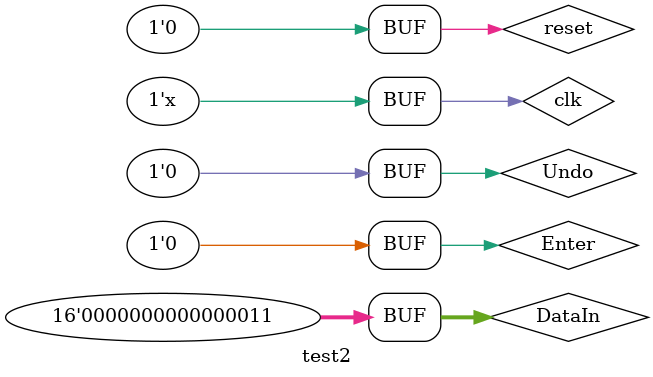
<source format=sv>
`timescale 1ns / 1ps

module test2 ();
    logic clk, reset;
    logic Enter;
    logic Undo;
    logic [15:0] DataIn;
    logic [15:0] ToDisplay;
    logic [4:0] Flags;
    logic [2:0] Status;
    
    S7_actividad2 DUT(.clk(clk),
                      .reset(reset),
                      .Enter(Enter),
                      .Undo(Undo),
                      .DataIn(DataIn),
                      .ToDisplay(ToDisplay),
                      .Flags(Flags),
                      .Status(Status));
    
    always #7 clk = ~clk;
    initial begin 
    reset= 1;
    clk = 0;
    Enter= 0;
    Undo = 0;
    
    #20 reset = 0;
        DataIn = 15'h8;
        
    #17 Enter = 1;
    #25 Enter = 0;
    
    #10 DataIn = 15'h3;
    #30 DataIn = 15'h7;
    
    
    
    
    #15 Enter = 1;
    #25 Enter = 0;
    
    #20 DataIn = 15'h2;
    
    
    #40 Undo = 1;
    #20 Undo = 0;
    
    
    #30 DataIn = 15'h6;
    
    #38 Enter = 1;
    #17 Enter = 0;
    
    #40 DataIn = 15'h3;
    
    #38 Enter = 1;
    #17 Enter = 0;
 
    
  
    end       
endmodule

</source>
